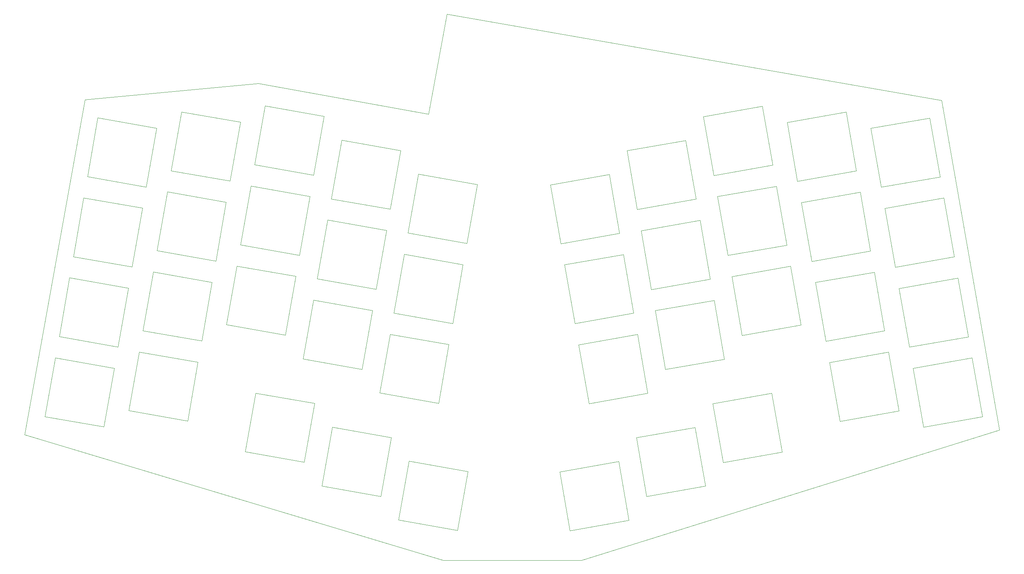
<source format=gbr>
%TF.GenerationSoftware,KiCad,Pcbnew,7.0.2-0*%
%TF.CreationDate,2023-08-23T20:44:57+09:00*%
%TF.ProjectId,rev1,72657631-2e6b-4696-9361-645f70636258,rev?*%
%TF.SameCoordinates,Original*%
%TF.FileFunction,Profile,NP*%
%FSLAX46Y46*%
G04 Gerber Fmt 4.6, Leading zero omitted, Abs format (unit mm)*
G04 Created by KiCad (PCBNEW 7.0.2-0) date 2023-08-23 20:44:57*
%MOMM*%
%LPD*%
G01*
G04 APERTURE LIST*
%TA.AperFunction,Profile*%
%ADD10C,0.100000*%
%TD*%
%TA.AperFunction,Profile*%
%ADD11C,0.120000*%
%TD*%
G04 APERTURE END LIST*
D10*
X53800000Y-45600000D02*
X39700000Y-124200000D01*
X39700000Y-124200000D02*
X137700000Y-153600000D01*
X254400000Y-45800000D02*
X138600000Y-25500000D01*
X138600000Y-25500000D02*
X134300000Y-49000000D01*
X94500000Y-41800000D02*
X53800000Y-45600000D01*
X137700000Y-153600000D02*
X170100000Y-153600000D01*
X134300000Y-49000000D02*
X94500000Y-41800000D01*
X170100000Y-153600000D02*
X268000000Y-123100000D01*
X268000000Y-123100000D02*
X254400000Y-45800000D01*
D11*
%TO.C,SW35*%
X129675183Y-130392708D02*
X127244108Y-144180017D01*
X127244108Y-144180017D02*
X141031417Y-146611092D01*
X143462492Y-132823783D02*
X129675183Y-130392708D01*
X141031417Y-146611092D02*
X143462492Y-132823783D01*
%TO.C,SW30*%
X244442308Y-89850883D02*
X246873383Y-103638192D01*
X246873383Y-103638192D02*
X260660692Y-101207117D01*
X258229617Y-87419808D02*
X244442308Y-89850883D01*
X260660692Y-101207117D02*
X258229617Y-87419808D01*
%TO.C,SW27*%
X187333608Y-95084683D02*
X189764683Y-108871992D01*
X189764683Y-108871992D02*
X203551992Y-106440917D01*
X201120917Y-92653608D02*
X187333608Y-95084683D01*
X203551992Y-106440917D02*
X201120917Y-92653608D01*
%TO.C,SW34*%
X111741583Y-122394508D02*
X109310508Y-136181817D01*
X109310508Y-136181817D02*
X123097817Y-138612892D01*
X125528892Y-124825583D02*
X111741583Y-122394508D01*
X123097817Y-138612892D02*
X125528892Y-124825583D01*
%TO.C,SW19*%
X221546708Y-69708183D02*
X223977783Y-83495492D01*
X223977783Y-83495492D02*
X237765092Y-81064417D01*
X235334017Y-67277108D02*
X221546708Y-69708183D01*
X237765092Y-81064417D02*
X235334017Y-67277108D01*
%TO.C,SW36*%
X164981708Y-132877783D02*
X167412783Y-146665092D01*
X167412783Y-146665092D02*
X181200092Y-144234017D01*
X178769017Y-130446708D02*
X164981708Y-132877783D01*
X181200092Y-144234017D02*
X178769017Y-130446708D01*
%TO.C,SW7*%
X180717608Y-57563583D02*
X183148683Y-71350892D01*
X183148683Y-71350892D02*
X196935992Y-68919817D01*
X194504917Y-55132508D02*
X180717608Y-57563583D01*
X196935992Y-68919817D02*
X194504917Y-55132508D01*
%TO.C,SW8*%
X198651208Y-49565383D02*
X201082283Y-63352692D01*
X201082283Y-63352692D02*
X214869592Y-60921617D01*
X212438517Y-47134308D02*
X198651208Y-49565383D01*
X214869592Y-60921617D02*
X212438517Y-47134308D01*
%TO.C,SW29*%
X224854708Y-88468683D02*
X227285783Y-102255992D01*
X227285783Y-102255992D02*
X241073092Y-99824917D01*
X238642017Y-86037608D02*
X224854708Y-88468683D01*
X241073092Y-99824917D02*
X238642017Y-86037608D01*
%TO.C,SW18*%
X201959208Y-68325983D02*
X204390283Y-82113292D01*
X204390283Y-82113292D02*
X218177592Y-79682217D01*
X215746517Y-65894908D02*
X201959208Y-68325983D01*
X218177592Y-79682217D02*
X215746517Y-65894908D01*
%TO.C,SW14*%
X110631283Y-73839008D02*
X108200208Y-87626317D01*
X108200208Y-87626317D02*
X121987517Y-90057392D01*
X124418592Y-76270083D02*
X110631283Y-73839008D01*
X121987517Y-90057392D02*
X124418592Y-76270083D01*
%TO.C,SW3*%
X96005683Y-47080308D02*
X93574608Y-60867617D01*
X93574608Y-60867617D02*
X107361917Y-63298692D01*
X109792992Y-49511383D02*
X96005683Y-47080308D01*
X107361917Y-63298692D02*
X109792992Y-49511383D01*
%TO.C,SW20*%
X241134308Y-71090283D02*
X243565383Y-84877592D01*
X243565383Y-84877592D02*
X257352692Y-82446517D01*
X254921617Y-68659208D02*
X241134308Y-71090283D01*
X257352692Y-82446517D02*
X254921617Y-68659208D01*
%TO.C,SW39*%
X228162708Y-107229283D02*
X230593783Y-121016592D01*
X230593783Y-121016592D02*
X244381092Y-118585517D01*
X241950017Y-104798208D02*
X228162708Y-107229283D01*
X244381092Y-118585517D02*
X241950017Y-104798208D01*
%TO.C,SW32*%
X66494083Y-104744208D02*
X64063008Y-118531517D01*
X64063008Y-118531517D02*
X77850317Y-120962592D01*
X80281392Y-107175283D02*
X66494083Y-104744208D01*
X77850317Y-120962592D02*
X80281392Y-107175283D01*
%TO.C,SW40*%
X247750308Y-108611483D02*
X250181383Y-122398792D01*
X250181383Y-122398792D02*
X263968692Y-119967717D01*
X261537617Y-106180408D02*
X247750308Y-108611483D01*
X263968692Y-119967717D02*
X261537617Y-106180408D01*
%TO.C,SW25*%
X125256883Y-100597808D02*
X122825808Y-114385117D01*
X122825808Y-114385117D02*
X136613117Y-116816192D01*
X139044192Y-103028883D02*
X125256883Y-100597808D01*
X136613117Y-116816192D02*
X139044192Y-103028883D01*
%TO.C,SW9*%
X218238708Y-50947583D02*
X220669783Y-64734892D01*
X220669783Y-64734892D02*
X234457092Y-62303817D01*
X232026017Y-48516508D02*
X218238708Y-50947583D01*
X234457092Y-62303817D02*
X232026017Y-48516508D01*
%TO.C,SW37*%
X182915308Y-124879583D02*
X185346383Y-138666892D01*
X185346383Y-138666892D02*
X199133692Y-136235817D01*
X196702617Y-122448508D02*
X182915308Y-124879583D01*
X199133692Y-136235817D02*
X196702617Y-122448508D01*
%TO.C,SW1*%
X56830483Y-49844608D02*
X54399408Y-63631917D01*
X54399408Y-63631917D02*
X68186717Y-66062992D01*
X70617792Y-52275683D02*
X56830483Y-49844608D01*
X68186717Y-66062992D02*
X70617792Y-52275683D01*
%TO.C,SW2*%
X76418083Y-48462508D02*
X73987008Y-62249817D01*
X73987008Y-62249817D02*
X87774317Y-64680892D01*
X90205392Y-50893583D02*
X76418083Y-48462508D01*
X87774317Y-64680892D02*
X90205392Y-50893583D01*
%TO.C,SW11*%
X53522483Y-68605208D02*
X51091408Y-82392517D01*
X51091408Y-82392517D02*
X64878717Y-84823592D01*
X67309792Y-71036283D02*
X53522483Y-68605208D01*
X64878717Y-84823592D02*
X67309792Y-71036283D01*
%TO.C,SW28*%
X205267208Y-87086583D02*
X207698283Y-100873892D01*
X207698283Y-100873892D02*
X221485592Y-98442817D01*
X219054517Y-84655508D02*
X205267208Y-87086583D01*
X221485592Y-98442817D02*
X219054517Y-84655508D01*
%TO.C,SW22*%
X69802083Y-85983608D02*
X67371008Y-99770917D01*
X67371008Y-99770917D02*
X81158317Y-102201992D01*
X83589392Y-88414683D02*
X69802083Y-85983608D01*
X81158317Y-102201992D02*
X83589392Y-88414683D01*
%TO.C,SW12*%
X73110083Y-67223108D02*
X70679008Y-81010417D01*
X70679008Y-81010417D02*
X84466317Y-83441492D01*
X86897392Y-69654183D02*
X73110083Y-67223108D01*
X84466317Y-83441492D02*
X86897392Y-69654183D01*
%TO.C,SW15*%
X128564883Y-81837208D02*
X126133808Y-95624517D01*
X126133808Y-95624517D02*
X139921117Y-98055592D01*
X142352192Y-84268283D02*
X128564883Y-81837208D01*
X139921117Y-98055592D02*
X142352192Y-84268283D01*
%TO.C,SW10*%
X237826308Y-52329683D02*
X240257383Y-66116992D01*
X240257383Y-66116992D02*
X254044692Y-63685917D01*
X251613617Y-49898608D02*
X237826308Y-52329683D01*
X254044692Y-63685917D02*
X251613617Y-49898608D01*
%TO.C,SW5*%
X131872883Y-63076608D02*
X129441808Y-76863917D01*
X129441808Y-76863917D02*
X143229117Y-79294992D01*
X145660192Y-65507683D02*
X131872883Y-63076608D01*
X143229117Y-79294992D02*
X145660192Y-65507683D01*
%TO.C,SW24*%
X107323283Y-92599608D02*
X104892208Y-106386917D01*
X104892208Y-106386917D02*
X118679517Y-108817992D01*
X121110592Y-95030683D02*
X107323283Y-92599608D01*
X118679517Y-108817992D02*
X121110592Y-95030683D01*
%TO.C,SW23*%
X89389683Y-84601508D02*
X86958608Y-98388817D01*
X86958608Y-98388817D02*
X100745917Y-100819892D01*
X103176992Y-87032583D02*
X89389683Y-84601508D01*
X100745917Y-100819892D02*
X103176992Y-87032583D01*
%TO.C,SW4*%
X113939283Y-55078508D02*
X111508208Y-68865817D01*
X111508208Y-68865817D02*
X125295517Y-71296892D01*
X127726592Y-57509583D02*
X113939283Y-55078508D01*
X125295517Y-71296892D02*
X127726592Y-57509583D01*
%TO.C,SW38*%
X200848908Y-116881483D02*
X203279983Y-130668792D01*
X203279983Y-130668792D02*
X217067292Y-128237717D01*
X214636217Y-114450408D02*
X200848908Y-116881483D01*
X217067292Y-128237717D02*
X214636217Y-114450408D01*
%TO.C,SW21*%
X50214483Y-87365808D02*
X47783408Y-101153117D01*
X47783408Y-101153117D02*
X61570717Y-103584192D01*
X64001792Y-89796883D02*
X50214483Y-87365808D01*
X61570717Y-103584192D02*
X64001792Y-89796883D01*
%TO.C,SW31*%
X46906483Y-106126408D02*
X44475408Y-119913717D01*
X44475408Y-119913717D02*
X58262717Y-122344792D01*
X60693792Y-108557483D02*
X46906483Y-106126408D01*
X58262717Y-122344792D02*
X60693792Y-108557483D01*
%TO.C,SW26*%
X169400008Y-103082883D02*
X171831083Y-116870192D01*
X171831083Y-116870192D02*
X185618392Y-114439117D01*
X183187317Y-100651808D02*
X169400008Y-103082883D01*
X185618392Y-114439117D02*
X183187317Y-100651808D01*
%TO.C,SW13*%
X92697683Y-65840908D02*
X90266608Y-79628217D01*
X90266608Y-79628217D02*
X104053917Y-82059292D01*
X106484992Y-68271983D02*
X92697683Y-65840908D01*
X104053917Y-82059292D02*
X106484992Y-68271983D01*
%TO.C,SW16*%
X166092008Y-84322283D02*
X168523083Y-98109592D01*
X168523083Y-98109592D02*
X182310392Y-95678517D01*
X179879317Y-81891208D02*
X166092008Y-84322283D01*
X182310392Y-95678517D02*
X179879317Y-81891208D01*
%TO.C,SW17*%
X184025608Y-76324183D02*
X186456683Y-90111492D01*
X186456683Y-90111492D02*
X200243992Y-87680417D01*
X197812917Y-73893108D02*
X184025608Y-76324183D01*
X200243992Y-87680417D02*
X197812917Y-73893108D01*
%TO.C,SW6*%
X162784008Y-65561683D02*
X165215083Y-79348992D01*
X165215083Y-79348992D02*
X179002392Y-76917917D01*
X176571317Y-63130608D02*
X162784008Y-65561683D01*
X179002392Y-76917917D02*
X176571317Y-63130608D01*
%TO.C,SW33*%
X93807983Y-114396408D02*
X91376908Y-128183717D01*
X91376908Y-128183717D02*
X105164217Y-130614792D01*
X107595292Y-116827483D02*
X93807983Y-114396408D01*
X105164217Y-130614792D02*
X107595292Y-116827483D01*
%TD*%
M02*

</source>
